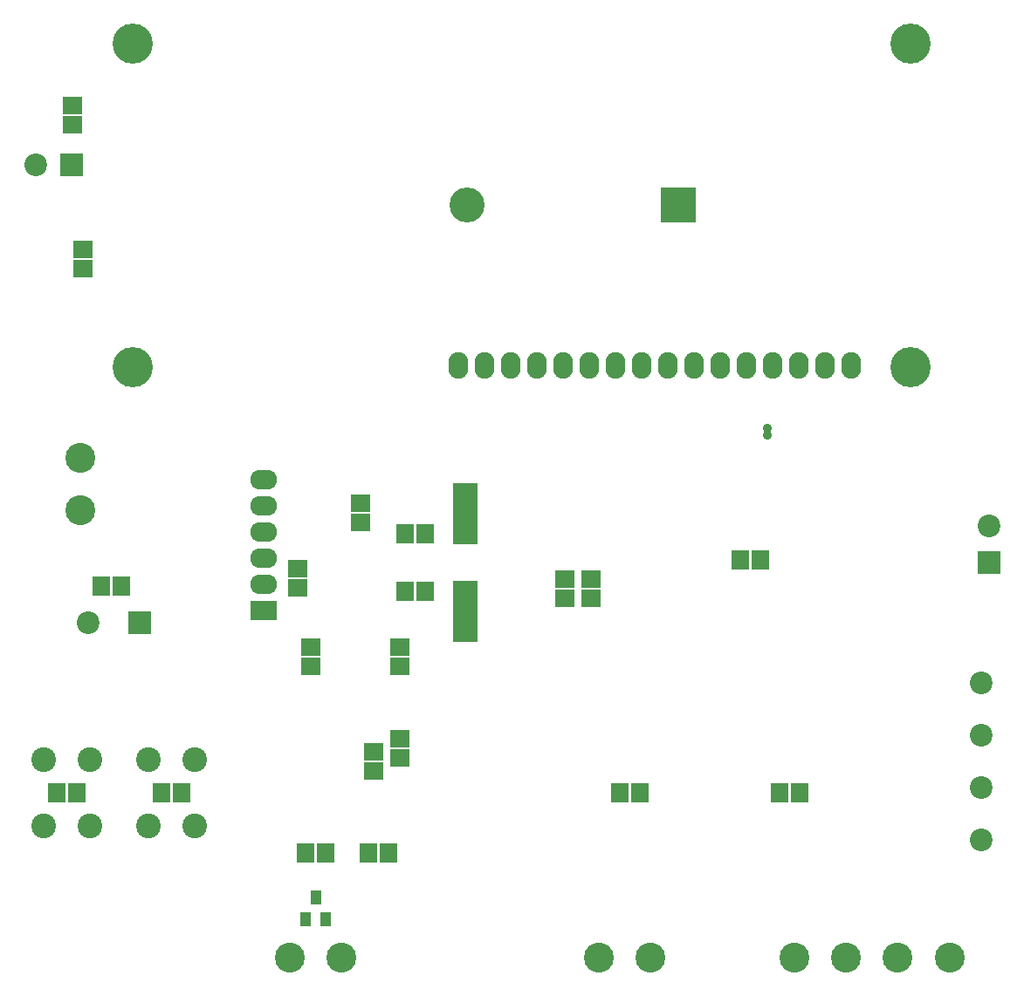
<source format=gbr>
G04 #@! TF.FileFunction,Soldermask,Bot*
%FSLAX46Y46*%
G04 Gerber Fmt 4.6, Leading zero omitted, Abs format (unit mm)*
G04 Created by KiCad (PCBNEW 4.0.6) date 07/24/17 16:42:21*
%MOMM*%
%LPD*%
G01*
G04 APERTURE LIST*
%ADD10C,0.100000*%
%ADD11C,3.900000*%
%ADD12O,1.900000X2.600000*%
%ADD13C,2.900000*%
%ADD14C,3.399740*%
%ADD15R,3.397200X3.397200*%
%ADD16R,1.700480X1.898600*%
%ADD17R,1.898600X1.700480*%
%ADD18R,2.200000X2.200000*%
%ADD19C,2.200000*%
%ADD20R,2.599640X1.924000*%
%ADD21O,2.599640X1.924000*%
%ADD22R,0.999440X1.400760*%
%ADD23R,2.398980X5.899100*%
%ADD24O,0.900000X0.900000*%
%ADD25C,2.398980*%
G04 APERTURE END LIST*
D10*
D11*
X107700000Y-55700000D03*
X32300000Y-55700000D03*
X32300000Y-24300000D03*
X107700000Y-24300000D03*
D12*
X102000000Y-55500000D03*
X99460000Y-55500000D03*
X96920000Y-55500000D03*
X94380000Y-55500000D03*
X91840000Y-55500000D03*
X89300000Y-55500000D03*
X86760000Y-55500000D03*
X84220000Y-55500000D03*
X81680000Y-55500000D03*
X79140000Y-55500000D03*
X76600000Y-55500000D03*
X74060000Y-55500000D03*
X71520000Y-55500000D03*
X68980000Y-55500000D03*
X66440000Y-55500000D03*
X63900000Y-55500000D03*
D13*
X111500000Y-113000000D03*
X106500000Y-113000000D03*
X96500000Y-113000000D03*
X101500000Y-113000000D03*
D14*
X64716800Y-40000000D03*
D15*
X85214600Y-40000000D03*
D16*
X60642500Y-77470000D03*
X58737500Y-77470000D03*
X60642500Y-71882000D03*
X58737500Y-71882000D03*
D17*
X74168000Y-76263500D03*
X74168000Y-78168500D03*
D18*
X32980000Y-80518000D03*
D19*
X27980000Y-80518000D03*
D17*
X76708000Y-76263500D03*
X76708000Y-78168500D03*
D16*
X31178500Y-76962000D03*
X29273500Y-76962000D03*
D17*
X27432000Y-46164500D03*
X27432000Y-44259500D03*
D16*
X93154500Y-74422000D03*
X91249500Y-74422000D03*
D18*
X115316000Y-74648000D03*
D19*
X115316000Y-71148000D03*
D18*
X26388000Y-36068000D03*
D19*
X22888000Y-36068000D03*
D16*
X55181500Y-102870000D03*
X57086500Y-102870000D03*
X49085500Y-102870000D03*
X50990500Y-102870000D03*
D17*
X58166000Y-91757500D03*
X58166000Y-93662500D03*
D16*
X96964500Y-97028000D03*
X95059500Y-97028000D03*
D17*
X55626000Y-93027500D03*
X55626000Y-94932500D03*
D16*
X81470500Y-97028000D03*
X79565500Y-97028000D03*
D13*
X27178000Y-64556000D03*
X27178000Y-69556000D03*
D20*
X44958000Y-79350000D03*
D21*
X44958000Y-76810000D03*
X44958000Y-74270000D03*
X44958000Y-71730000D03*
X44958000Y-69190000D03*
X44958000Y-66650000D03*
D13*
X47500000Y-113000000D03*
X52500000Y-113000000D03*
D17*
X26416000Y-30289500D03*
X26416000Y-32194500D03*
X48260000Y-75247500D03*
X48260000Y-77152500D03*
X58166000Y-82867500D03*
X58166000Y-84772500D03*
X54356000Y-70802500D03*
X54356000Y-68897500D03*
X49530000Y-82867500D03*
X49530000Y-84772500D03*
D19*
X114554000Y-96520000D03*
X114554000Y-91440000D03*
X114554000Y-86360000D03*
X114554000Y-101600000D03*
D22*
X50990500Y-109260640D03*
X50038000Y-107147360D03*
X49085500Y-109260640D03*
D23*
X64516000Y-79425800D03*
X64516000Y-69926200D03*
D24*
X93848000Y-61626000D03*
X93848000Y-62326000D03*
D13*
X77500000Y-113000000D03*
X82500000Y-113000000D03*
D16*
X24955500Y-97028000D03*
X26860500Y-97028000D03*
X35115500Y-97028000D03*
X37020500Y-97028000D03*
D25*
X23657560Y-93776800D03*
X28158440Y-100279200D03*
X28158440Y-93776800D03*
X23657560Y-100279200D03*
X33817560Y-93776800D03*
X38318440Y-100279200D03*
X38318440Y-93776800D03*
X33817560Y-100279200D03*
M02*

</source>
